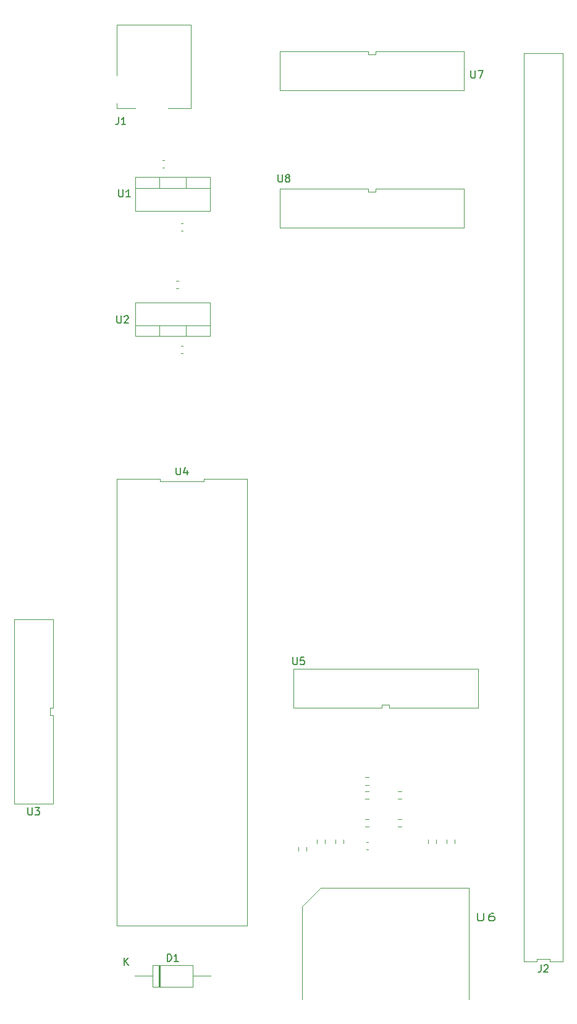
<source format=gbr>
%TF.GenerationSoftware,KiCad,Pcbnew,(5.1.9)-1*%
%TF.CreationDate,2021-10-09T15:43:02-04:00*%
%TF.ProjectId,4wire_sd_breakout,34776972-655f-4736-945f-627265616b6f,rev?*%
%TF.SameCoordinates,Original*%
%TF.FileFunction,Legend,Top*%
%TF.FilePolarity,Positive*%
%FSLAX46Y46*%
G04 Gerber Fmt 4.6, Leading zero omitted, Abs format (unit mm)*
G04 Created by KiCad (PCBNEW (5.1.9)-1) date 2021-10-09 15:43:02*
%MOMM*%
%LPD*%
G01*
G04 APERTURE LIST*
%ADD10C,0.120000*%
%ADD11C,0.150000*%
G04 APERTURE END LIST*
D10*
%TO.C,R6*%
X83297500Y-154431276D02*
X83297500Y-154940724D01*
X84342500Y-154431276D02*
X84342500Y-154940724D01*
%TO.C,U6*%
X106680000Y-160020000D02*
X106680000Y-175260000D01*
X86360000Y-160020000D02*
X106680000Y-160020000D01*
X83820000Y-162560000D02*
X83820000Y-175260000D01*
X86360000Y-160020000D02*
X83820000Y-162560000D01*
%TO.C,U4*%
X58340001Y-104060000D02*
X58340000Y-165180000D01*
X58340000Y-165180000D02*
X76279999Y-165180000D01*
X76279999Y-165180000D02*
X76280000Y-104060000D01*
X76280000Y-104060000D02*
X70300000Y-104060000D01*
X70300000Y-104060000D02*
X70300000Y-104420000D01*
X70300000Y-104420000D02*
X64320001Y-104420000D01*
X64320001Y-104420000D02*
X64320001Y-104060000D01*
X64320001Y-104060000D02*
X58340001Y-104060000D01*
%TO.C,U8*%
X93853000Y-64770000D02*
X93853000Y-64386000D01*
X92837000Y-64770000D02*
X93853000Y-64770000D01*
X92837000Y-64386000D02*
X92837000Y-64770000D01*
X80715000Y-64386000D02*
X92837000Y-64386000D01*
X105975000Y-66166001D02*
X105975000Y-64386001D01*
X105975000Y-67946000D02*
X105975000Y-66166001D01*
X105975000Y-69726000D02*
X105975000Y-67946000D01*
X80715000Y-69725999D02*
X105975000Y-69726000D01*
X80715000Y-64386000D02*
X80715000Y-69725999D01*
X105975000Y-64386001D02*
X93853000Y-64386000D01*
%TO.C,U7*%
X93853000Y-45974000D02*
X93853000Y-45590000D01*
X92837000Y-45974000D02*
X93853000Y-45974000D01*
X92837000Y-45590000D02*
X92837000Y-45974000D01*
X80715000Y-45590000D02*
X92837000Y-45590000D01*
X105975000Y-47370001D02*
X105975000Y-45590001D01*
X105975000Y-49150000D02*
X105975000Y-47370001D01*
X105975000Y-50930000D02*
X105975000Y-49150000D01*
X80715000Y-50929999D02*
X105975000Y-50930000D01*
X80715000Y-45590000D02*
X80715000Y-50929999D01*
X105975000Y-45590001D02*
X93853000Y-45590000D01*
%TO.C,U5*%
X94742000Y-135001000D02*
X94742000Y-135385000D01*
X95758000Y-135001000D02*
X94742000Y-135001000D01*
X95758000Y-135385000D02*
X95758000Y-135001000D01*
X107880000Y-135385000D02*
X95758000Y-135385000D01*
X82620000Y-133604999D02*
X82620000Y-135384999D01*
X82620000Y-131825000D02*
X82620000Y-133604999D01*
X82620000Y-130045000D02*
X82620000Y-131825000D01*
X107880000Y-130045001D02*
X82620000Y-130045000D01*
X107880000Y-135385000D02*
X107880000Y-130045001D01*
X82620000Y-135384999D02*
X94742000Y-135385000D01*
%TO.C,U3*%
X49276000Y-136398000D02*
X49660000Y-136398000D01*
X49276000Y-135382000D02*
X49276000Y-136398000D01*
X49660000Y-135382000D02*
X49276000Y-135382000D01*
X49660000Y-123260000D02*
X49660000Y-135382000D01*
X47879999Y-148520000D02*
X49659999Y-148520000D01*
X46100000Y-148520000D02*
X47879999Y-148520000D01*
X44320000Y-148520000D02*
X46100000Y-148520000D01*
X44320001Y-123260000D02*
X44320000Y-148520000D01*
X49660000Y-123260000D02*
X44320001Y-123260000D01*
X49659999Y-148520000D02*
X49660000Y-136398000D01*
%TO.C,U2*%
X64189000Y-84550000D02*
X64189000Y-83040000D01*
X67890000Y-84550000D02*
X67890000Y-83040000D01*
X71160000Y-83040000D02*
X60920000Y-83040000D01*
X60920000Y-84550000D02*
X60920000Y-79909000D01*
X71160000Y-84550000D02*
X71160000Y-79909000D01*
X71160000Y-79909000D02*
X60920000Y-79909000D01*
X71160000Y-84550000D02*
X60920000Y-84550000D01*
%TO.C,U1*%
X67891000Y-62770000D02*
X67891000Y-64280000D01*
X64190000Y-62770000D02*
X64190000Y-64280000D01*
X60920000Y-64280000D02*
X71160000Y-64280000D01*
X71160000Y-62770000D02*
X71160000Y-67411000D01*
X60920000Y-62770000D02*
X60920000Y-67411000D01*
X60920000Y-67411000D02*
X71160000Y-67411000D01*
X60920000Y-62770000D02*
X71160000Y-62770000D01*
%TO.C,R10*%
X103617500Y-153415276D02*
X103617500Y-153924724D01*
X104662500Y-153415276D02*
X104662500Y-153924724D01*
%TO.C,R9*%
X101077500Y-153415276D02*
X101077500Y-153924724D01*
X102122500Y-153415276D02*
X102122500Y-153924724D01*
%TO.C,R8*%
X88377500Y-153415276D02*
X88377500Y-153924724D01*
X89422500Y-153415276D02*
X89422500Y-153924724D01*
%TO.C,R7*%
X85837500Y-153415276D02*
X85837500Y-153924724D01*
X86882500Y-153415276D02*
X86882500Y-153924724D01*
%TO.C,R5*%
X97409724Y-146797500D02*
X96900276Y-146797500D01*
X97409724Y-147842500D02*
X96900276Y-147842500D01*
%TO.C,R4*%
X97409724Y-150607500D02*
X96900276Y-150607500D01*
X97409724Y-151652500D02*
X96900276Y-151652500D01*
%TO.C,R3*%
X92455276Y-151652500D02*
X92964724Y-151652500D01*
X92455276Y-150607500D02*
X92964724Y-150607500D01*
%TO.C,R2*%
X92455276Y-147842500D02*
X92964724Y-147842500D01*
X92455276Y-146797500D02*
X92964724Y-146797500D01*
%TO.C,R1*%
X92455276Y-145937500D02*
X92964724Y-145937500D01*
X92455276Y-144892500D02*
X92964724Y-144892500D01*
%TO.C,J2*%
X117729999Y-170110000D02*
X119509999Y-170110000D01*
X117729999Y-169750000D02*
X117729999Y-170110000D01*
X115950000Y-169750000D02*
X117729999Y-169750000D01*
X115950000Y-170110000D02*
X115950000Y-169750000D01*
X114170000Y-170110000D02*
X115950000Y-170110000D01*
X114170001Y-45790000D02*
X114170000Y-170110000D01*
X119510000Y-45790000D02*
X114170001Y-45790000D01*
X119509999Y-170110000D02*
X119510000Y-45790000D01*
%TO.C,J1*%
X68580000Y-41910000D02*
X58420000Y-41910000D01*
X58420000Y-48260000D02*
X58420000Y-48895000D01*
X66040000Y-53340000D02*
X65405000Y-53340000D01*
X58420000Y-53340000D02*
X58420000Y-52705000D01*
X68580000Y-41910000D02*
X68580000Y-53340000D01*
X60960000Y-53340000D02*
X58420000Y-53340000D01*
X68580000Y-53340000D02*
X66040000Y-53340000D01*
X58420000Y-41910000D02*
X58420000Y-48260000D01*
%TO.C,D1*%
X64100000Y-170615000D02*
X64100000Y-173555000D01*
X64340000Y-170615000D02*
X64340000Y-173555000D01*
X64220000Y-170615000D02*
X64220000Y-173555000D01*
X71250000Y-172085000D02*
X68760000Y-172085000D01*
X60830000Y-172085000D02*
X63320000Y-172085000D01*
X68760000Y-170615000D02*
X63320000Y-170615000D01*
X68760000Y-173555000D02*
X68760000Y-170615000D01*
X63320000Y-173555000D02*
X68760000Y-173555000D01*
X63320000Y-170615000D02*
X63320000Y-173555000D01*
%TO.C,C5*%
X92563733Y-154815000D02*
X92856267Y-154815000D01*
X92563733Y-153795000D02*
X92856267Y-153795000D01*
%TO.C,C4*%
X67456267Y-85850000D02*
X67163733Y-85850000D01*
X67456267Y-86870000D02*
X67163733Y-86870000D01*
%TO.C,C3*%
X66821267Y-76960000D02*
X66528733Y-76960000D01*
X66821267Y-77980000D02*
X66528733Y-77980000D01*
%TO.C,C2*%
X67163733Y-70106000D02*
X67456267Y-70106000D01*
X67163733Y-69086000D02*
X67456267Y-69086000D01*
%TO.C,C1*%
X64916267Y-60450000D02*
X64623733Y-60450000D01*
X64916267Y-61470000D02*
X64623733Y-61470000D01*
%TO.C,U6*%
D11*
X107804857Y-163536380D02*
X107804857Y-164345904D01*
X107877428Y-164441142D01*
X107950000Y-164488761D01*
X108095142Y-164536380D01*
X108385428Y-164536380D01*
X108530571Y-164488761D01*
X108603142Y-164441142D01*
X108675714Y-164345904D01*
X108675714Y-163536380D01*
X110054571Y-163536380D02*
X109764285Y-163536380D01*
X109619142Y-163584000D01*
X109546571Y-163631619D01*
X109401428Y-163774476D01*
X109328857Y-163964952D01*
X109328857Y-164345904D01*
X109401428Y-164441142D01*
X109474000Y-164488761D01*
X109619142Y-164536380D01*
X109909428Y-164536380D01*
X110054571Y-164488761D01*
X110127142Y-164441142D01*
X110199714Y-164345904D01*
X110199714Y-164107809D01*
X110127142Y-164012571D01*
X110054571Y-163964952D01*
X109909428Y-163917333D01*
X109619142Y-163917333D01*
X109474000Y-163964952D01*
X109401428Y-164012571D01*
X109328857Y-164107809D01*
%TO.C,U4*%
X66548095Y-102512380D02*
X66548095Y-103321904D01*
X66595714Y-103417142D01*
X66643333Y-103464761D01*
X66738571Y-103512380D01*
X66929047Y-103512380D01*
X67024285Y-103464761D01*
X67071904Y-103417142D01*
X67119523Y-103321904D01*
X67119523Y-102512380D01*
X68024285Y-102845714D02*
X68024285Y-103512380D01*
X67786190Y-102464761D02*
X67548095Y-103179047D01*
X68167142Y-103179047D01*
%TO.C,U8*%
X80518095Y-62444380D02*
X80518095Y-63253904D01*
X80565714Y-63349142D01*
X80613333Y-63396761D01*
X80708571Y-63444380D01*
X80899047Y-63444380D01*
X80994285Y-63396761D01*
X81041904Y-63349142D01*
X81089523Y-63253904D01*
X81089523Y-62444380D01*
X81708571Y-62872952D02*
X81613333Y-62825333D01*
X81565714Y-62777714D01*
X81518095Y-62682476D01*
X81518095Y-62634857D01*
X81565714Y-62539619D01*
X81613333Y-62492000D01*
X81708571Y-62444380D01*
X81899047Y-62444380D01*
X81994285Y-62492000D01*
X82041904Y-62539619D01*
X82089523Y-62634857D01*
X82089523Y-62682476D01*
X82041904Y-62777714D01*
X81994285Y-62825333D01*
X81899047Y-62872952D01*
X81708571Y-62872952D01*
X81613333Y-62920571D01*
X81565714Y-62968190D01*
X81518095Y-63063428D01*
X81518095Y-63253904D01*
X81565714Y-63349142D01*
X81613333Y-63396761D01*
X81708571Y-63444380D01*
X81899047Y-63444380D01*
X81994285Y-63396761D01*
X82041904Y-63349142D01*
X82089523Y-63253904D01*
X82089523Y-63063428D01*
X82041904Y-62968190D01*
X81994285Y-62920571D01*
X81899047Y-62872952D01*
%TO.C,U7*%
X106934095Y-48220380D02*
X106934095Y-49029904D01*
X106981714Y-49125142D01*
X107029333Y-49172761D01*
X107124571Y-49220380D01*
X107315047Y-49220380D01*
X107410285Y-49172761D01*
X107457904Y-49125142D01*
X107505523Y-49029904D01*
X107505523Y-48220380D01*
X107886476Y-48220380D02*
X108553142Y-48220380D01*
X108124571Y-49220380D01*
%TO.C,U5*%
X82550095Y-128484380D02*
X82550095Y-129293904D01*
X82597714Y-129389142D01*
X82645333Y-129436761D01*
X82740571Y-129484380D01*
X82931047Y-129484380D01*
X83026285Y-129436761D01*
X83073904Y-129389142D01*
X83121523Y-129293904D01*
X83121523Y-128484380D01*
X84073904Y-128484380D02*
X83597714Y-128484380D01*
X83550095Y-128960571D01*
X83597714Y-128912952D01*
X83692952Y-128865333D01*
X83931047Y-128865333D01*
X84026285Y-128912952D01*
X84073904Y-128960571D01*
X84121523Y-129055809D01*
X84121523Y-129293904D01*
X84073904Y-129389142D01*
X84026285Y-129436761D01*
X83931047Y-129484380D01*
X83692952Y-129484380D01*
X83597714Y-129436761D01*
X83550095Y-129389142D01*
%TO.C,U3*%
X46228095Y-149058380D02*
X46228095Y-149867904D01*
X46275714Y-149963142D01*
X46323333Y-150010761D01*
X46418571Y-150058380D01*
X46609047Y-150058380D01*
X46704285Y-150010761D01*
X46751904Y-149963142D01*
X46799523Y-149867904D01*
X46799523Y-149058380D01*
X47180476Y-149058380D02*
X47799523Y-149058380D01*
X47466190Y-149439333D01*
X47609047Y-149439333D01*
X47704285Y-149486952D01*
X47751904Y-149534571D01*
X47799523Y-149629809D01*
X47799523Y-149867904D01*
X47751904Y-149963142D01*
X47704285Y-150010761D01*
X47609047Y-150058380D01*
X47323333Y-150058380D01*
X47228095Y-150010761D01*
X47180476Y-149963142D01*
%TO.C,U2*%
X58420095Y-81748380D02*
X58420095Y-82557904D01*
X58467714Y-82653142D01*
X58515333Y-82700761D01*
X58610571Y-82748380D01*
X58801047Y-82748380D01*
X58896285Y-82700761D01*
X58943904Y-82653142D01*
X58991523Y-82557904D01*
X58991523Y-81748380D01*
X59420095Y-81843619D02*
X59467714Y-81796000D01*
X59562952Y-81748380D01*
X59801047Y-81748380D01*
X59896285Y-81796000D01*
X59943904Y-81843619D01*
X59991523Y-81938857D01*
X59991523Y-82034095D01*
X59943904Y-82176952D01*
X59372476Y-82748380D01*
X59991523Y-82748380D01*
%TO.C,U1*%
X58674095Y-64476380D02*
X58674095Y-65285904D01*
X58721714Y-65381142D01*
X58769333Y-65428761D01*
X58864571Y-65476380D01*
X59055047Y-65476380D01*
X59150285Y-65428761D01*
X59197904Y-65381142D01*
X59245523Y-65285904D01*
X59245523Y-64476380D01*
X60245523Y-65476380D02*
X59674095Y-65476380D01*
X59959809Y-65476380D02*
X59959809Y-64476380D01*
X59864571Y-64619238D01*
X59769333Y-64714476D01*
X59674095Y-64762095D01*
%TO.C,J2*%
X116506666Y-170562380D02*
X116506666Y-171276666D01*
X116459047Y-171419523D01*
X116363809Y-171514761D01*
X116220952Y-171562380D01*
X116125714Y-171562380D01*
X116935238Y-170657619D02*
X116982857Y-170610000D01*
X117078095Y-170562380D01*
X117316190Y-170562380D01*
X117411428Y-170610000D01*
X117459047Y-170657619D01*
X117506666Y-170752857D01*
X117506666Y-170848095D01*
X117459047Y-170990952D01*
X116887619Y-171562380D01*
X117506666Y-171562380D01*
%TO.C,J1*%
X58594666Y-54570380D02*
X58594666Y-55284666D01*
X58547047Y-55427523D01*
X58451809Y-55522761D01*
X58308952Y-55570380D01*
X58213714Y-55570380D01*
X59594666Y-55570380D02*
X59023238Y-55570380D01*
X59308952Y-55570380D02*
X59308952Y-54570380D01*
X59213714Y-54713238D01*
X59118476Y-54808476D01*
X59023238Y-54856095D01*
%TO.C,D1*%
X65301904Y-170067380D02*
X65301904Y-169067380D01*
X65540000Y-169067380D01*
X65682857Y-169115000D01*
X65778095Y-169210238D01*
X65825714Y-169305476D01*
X65873333Y-169495952D01*
X65873333Y-169638809D01*
X65825714Y-169829285D01*
X65778095Y-169924523D01*
X65682857Y-170019761D01*
X65540000Y-170067380D01*
X65301904Y-170067380D01*
X66825714Y-170067380D02*
X66254285Y-170067380D01*
X66540000Y-170067380D02*
X66540000Y-169067380D01*
X66444761Y-169210238D01*
X66349523Y-169305476D01*
X66254285Y-169353095D01*
X59428095Y-170637380D02*
X59428095Y-169637380D01*
X59999523Y-170637380D02*
X59570952Y-170065952D01*
X59999523Y-169637380D02*
X59428095Y-170208809D01*
%TD*%
M02*

</source>
